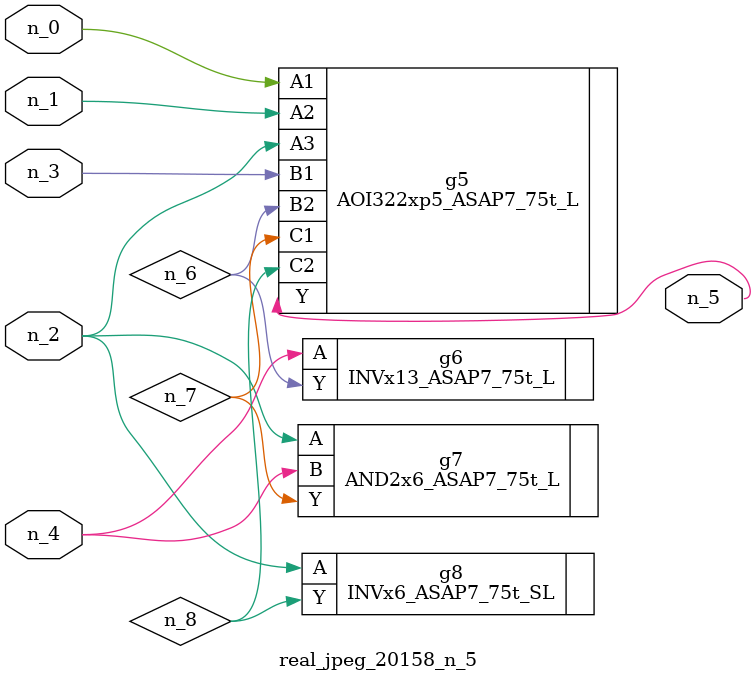
<source format=v>
module real_jpeg_20158_n_5 (n_4, n_0, n_1, n_2, n_3, n_5);

input n_4;
input n_0;
input n_1;
input n_2;
input n_3;

output n_5;

wire n_8;
wire n_6;
wire n_7;

AOI322xp5_ASAP7_75t_L g5 ( 
.A1(n_0),
.A2(n_1),
.A3(n_2),
.B1(n_3),
.B2(n_6),
.C1(n_7),
.C2(n_8),
.Y(n_5)
);

AND2x6_ASAP7_75t_L g7 ( 
.A(n_2),
.B(n_4),
.Y(n_7)
);

INVx6_ASAP7_75t_SL g8 ( 
.A(n_2),
.Y(n_8)
);

INVx13_ASAP7_75t_L g6 ( 
.A(n_4),
.Y(n_6)
);


endmodule
</source>
